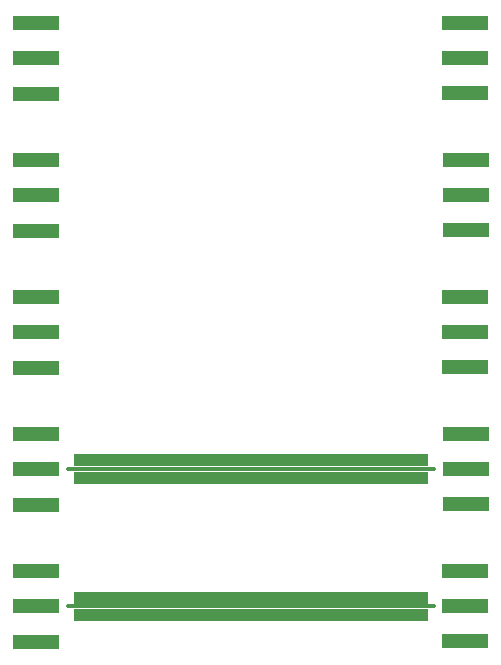
<source format=gtp>
%TF.GenerationSoftware,KiCad,Pcbnew,(6.0.2)*%
%TF.CreationDate,2022-07-21T21:07:04-07:00*%
%TF.ProjectId,testCoupon,74657374-436f-4757-906f-6e2e6b696361,1*%
%TF.SameCoordinates,Original*%
%TF.FileFunction,Paste,Top*%
%TF.FilePolarity,Positive*%
%FSLAX46Y46*%
G04 Gerber Fmt 4.6, Leading zero omitted, Abs format (unit mm)*
G04 Created by KiCad (PCBNEW (6.0.2)) date 2022-07-21 21:07:04*
%MOMM*%
%LPD*%
G01*
G04 APERTURE LIST*
%ADD10O,31.360000X0.297180*%
%ADD11R,29.972000X1.014980*%
%ADD12R,29.972000X1.015000*%
%ADD13O,31.360000X0.296416*%
%ADD14R,29.972000X1.017164*%
%ADD15R,29.972000X1.016164*%
%ADD16R,4.000000X1.200000*%
%ADD17R,4.000000X1.280000*%
G04 APERTURE END LIST*
D10*
%TO.C,NT4*%
X156206757Y-97700000D03*
D11*
X156206757Y-96953490D03*
D12*
X156206757Y-98447500D03*
%TD*%
D13*
%TO.C,NT5*%
X156219992Y-109300010D03*
D14*
X156219992Y-110041428D03*
D15*
X156219492Y-108559092D03*
%TD*%
D16*
%TO.C,J6*%
X174400000Y-86100000D03*
D17*
X174400000Y-83110000D03*
X174400000Y-89080000D03*
%TD*%
D16*
%TO.C,J3*%
X138000000Y-74500000D03*
D17*
X138000000Y-77490000D03*
X138000000Y-71520000D03*
%TD*%
D16*
%TO.C,J4*%
X174404250Y-74500000D03*
D17*
X174404250Y-71510000D03*
X174404250Y-77480000D03*
%TD*%
D16*
%TO.C,J7*%
X138006757Y-97700000D03*
D17*
X138006757Y-100690000D03*
X138006757Y-94720000D03*
%TD*%
D16*
%TO.C,J1*%
X138000000Y-62900000D03*
D17*
X138000000Y-65890000D03*
X138000000Y-59920000D03*
%TD*%
D16*
%TO.C,J8*%
X174406757Y-97700000D03*
D17*
X174406757Y-94710000D03*
X174406757Y-100680000D03*
%TD*%
D16*
%TO.C,J2*%
X174400000Y-62900000D03*
D17*
X174400000Y-59910000D03*
X174400000Y-65880000D03*
%TD*%
D16*
%TO.C,J5*%
X138000000Y-86100000D03*
D17*
X138000000Y-89090000D03*
X138000000Y-83120000D03*
%TD*%
D16*
%TO.C,J10*%
X174400000Y-109300000D03*
D17*
X174400000Y-106310000D03*
X174400000Y-112280000D03*
%TD*%
D16*
%TO.C,J9*%
X138000000Y-109300000D03*
D17*
X138000000Y-112290000D03*
X138000000Y-106320000D03*
%TD*%
M02*

</source>
